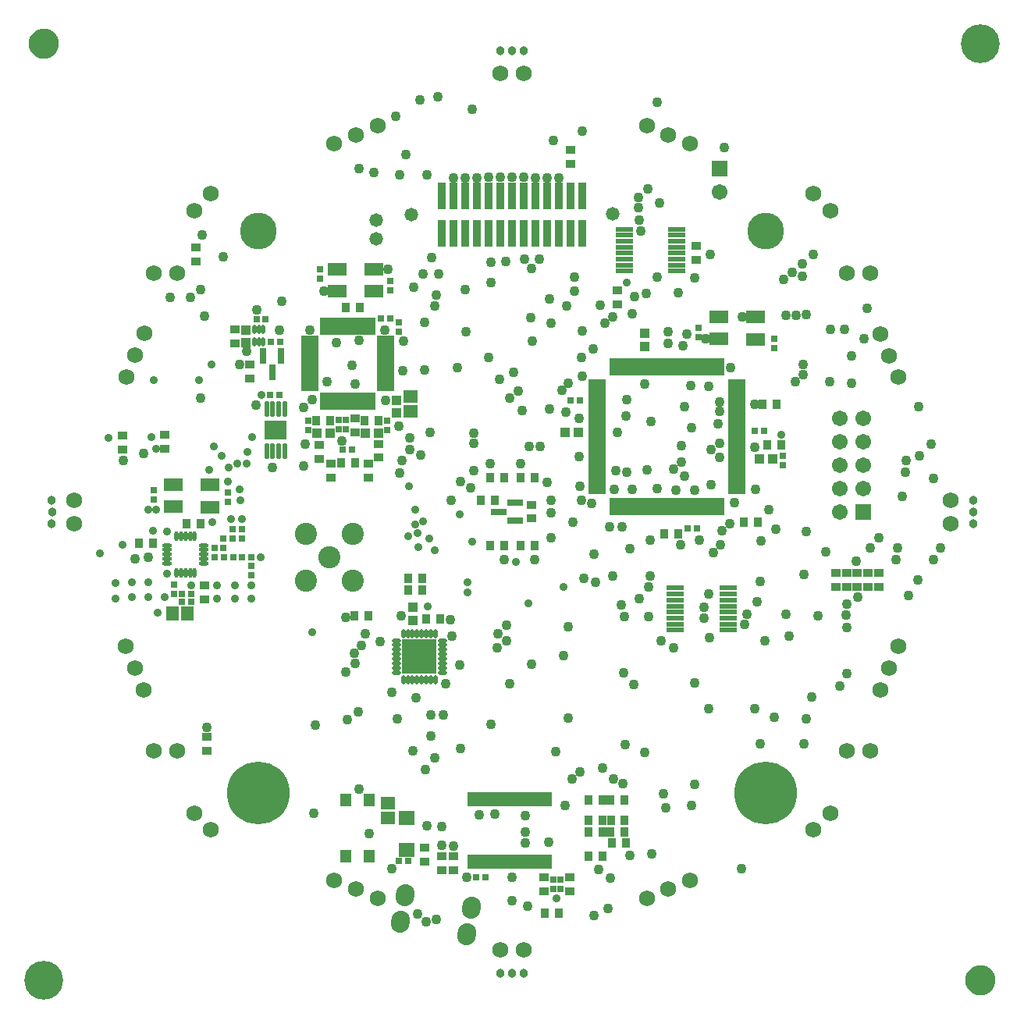
<source format=gbs>
%FSLAX25Y25*%
%MOIN*%
G70*
G01*
G75*
G04 Layer_Color=16711935*
%ADD10C,0.01500*%
%ADD11C,0.04000*%
%ADD12R,0.03150X0.05906*%
G04:AMPARAMS|DCode=13|XSize=35.43mil|YSize=27.56mil|CornerRadius=0mil|HoleSize=0mil|Usage=FLASHONLY|Rotation=169.100|XOffset=0mil|YOffset=0mil|HoleType=Round|Shape=Rectangle|*
%AMROTATEDRECTD13*
4,1,4,0.02000,0.01018,0.01479,-0.01688,-0.02000,-0.01018,-0.01479,0.01688,0.02000,0.01018,0.0*
%
%ADD13ROTATEDRECTD13*%

%ADD14R,0.02756X0.03543*%
G04:AMPARAMS|DCode=15|XSize=35.43mil|YSize=27.56mil|CornerRadius=0mil|HoleSize=0mil|Usage=FLASHONLY|Rotation=162.000|XOffset=0mil|YOffset=0mil|HoleType=Round|Shape=Rectangle|*
%AMROTATEDRECTD15*
4,1,4,0.02111,0.00763,0.01259,-0.01858,-0.02111,-0.00763,-0.01259,0.01858,0.02111,0.00763,0.0*
%
%ADD15ROTATEDRECTD15*%

G04:AMPARAMS|DCode=16|XSize=35.43mil|YSize=27.56mil|CornerRadius=0mil|HoleSize=0mil|Usage=FLASHONLY|Rotation=234.000|XOffset=0mil|YOffset=0mil|HoleType=Round|Shape=Rectangle|*
%AMROTATEDRECTD16*
4,1,4,-0.00073,0.02243,0.02156,0.00623,0.00073,-0.02243,-0.02156,-0.00623,-0.00073,0.02243,0.0*
%
%ADD16ROTATEDRECTD16*%

G04:AMPARAMS|DCode=17|XSize=35.43mil|YSize=27.56mil|CornerRadius=0mil|HoleSize=0mil|Usage=FLASHONLY|Rotation=306.000|XOffset=0mil|YOffset=0mil|HoleType=Round|Shape=Rectangle|*
%AMROTATEDRECTD17*
4,1,4,-0.02156,0.00623,0.00073,0.02243,0.02156,-0.00623,-0.00073,-0.02243,-0.02156,0.00623,0.0*
%
%ADD17ROTATEDRECTD17*%

G04:AMPARAMS|DCode=18|XSize=35.43mil|YSize=27.56mil|CornerRadius=0mil|HoleSize=0mil|Usage=FLASHONLY|Rotation=18.000|XOffset=0mil|YOffset=0mil|HoleType=Round|Shape=Rectangle|*
%AMROTATEDRECTD18*
4,1,4,-0.01259,-0.01858,-0.02111,0.00763,0.01259,0.01858,0.02111,-0.00763,-0.01259,-0.01858,0.0*
%
%ADD18ROTATEDRECTD18*%

%ADD19R,0.03543X0.02756*%
%ADD20R,0.08000X0.05000*%
G04:AMPARAMS|DCode=21|XSize=35.43mil|YSize=27.56mil|CornerRadius=0mil|HoleSize=0mil|Usage=FLASHONLY|Rotation=225.000|XOffset=0mil|YOffset=0mil|HoleType=Round|Shape=Rectangle|*
%AMROTATEDRECTD21*
4,1,4,0.00278,0.02227,0.02227,0.00278,-0.00278,-0.02227,-0.02227,-0.00278,0.00278,0.02227,0.0*
%
%ADD21ROTATEDRECTD21*%

G04:AMPARAMS|DCode=22|XSize=19.69mil|YSize=23.62mil|CornerRadius=0mil|HoleSize=0mil|Usage=FLASHONLY|Rotation=337.500|XOffset=0mil|YOffset=0mil|HoleType=Round|Shape=Rectangle|*
%AMROTATEDRECTD22*
4,1,4,-0.01361,-0.00715,-0.00457,0.01468,0.01361,0.00715,0.00457,-0.01468,-0.01361,-0.00715,0.0*
%
%ADD22ROTATEDRECTD22*%

G04:AMPARAMS|DCode=23|XSize=19.69mil|YSize=23.62mil|CornerRadius=0mil|HoleSize=0mil|Usage=FLASHONLY|Rotation=292.500|XOffset=0mil|YOffset=0mil|HoleType=Round|Shape=Rectangle|*
%AMROTATEDRECTD23*
4,1,4,-0.01468,0.00457,0.00715,0.01361,0.01468,-0.00457,-0.00715,-0.01361,-0.01468,0.00457,0.0*
%
%ADD23ROTATEDRECTD23*%

G04:AMPARAMS|DCode=24|XSize=19.69mil|YSize=23.62mil|CornerRadius=0mil|HoleSize=0mil|Usage=FLASHONLY|Rotation=247.500|XOffset=0mil|YOffset=0mil|HoleType=Round|Shape=Rectangle|*
%AMROTATEDRECTD24*
4,1,4,-0.00715,0.01361,0.01468,0.00457,0.00715,-0.01361,-0.01468,-0.00457,-0.00715,0.01361,0.0*
%
%ADD24ROTATEDRECTD24*%

G04:AMPARAMS|DCode=25|XSize=19.69mil|YSize=23.62mil|CornerRadius=0mil|HoleSize=0mil|Usage=FLASHONLY|Rotation=202.500|XOffset=0mil|YOffset=0mil|HoleType=Round|Shape=Rectangle|*
%AMROTATEDRECTD25*
4,1,4,0.00457,0.01468,0.01361,-0.00715,-0.00457,-0.01468,-0.01361,0.00715,0.00457,0.01468,0.0*
%
%ADD25ROTATEDRECTD25*%

%ADD26R,0.02362X0.01969*%
%ADD27R,0.01969X0.02362*%
G04:AMPARAMS|DCode=28|XSize=80mil|YSize=50mil|CornerRadius=0mil|HoleSize=0mil|Usage=FLASHONLY|Rotation=104.000|XOffset=0mil|YOffset=0mil|HoleType=Round|Shape=Rectangle|*
%AMROTATEDRECTD28*
4,1,4,0.03393,-0.03276,-0.01458,-0.04486,-0.03393,0.03276,0.01458,0.04486,0.03393,-0.03276,0.0*
%
%ADD28ROTATEDRECTD28*%

%ADD29R,0.09449X0.09449*%
%ADD30R,0.06850X0.05512*%
%ADD31P,0.13919X4X345.0*%
%ADD32P,0.13919X4X285.0*%
G04:AMPARAMS|DCode=33|XSize=17.32mil|YSize=98.43mil|CornerRadius=0mil|HoleSize=0mil|Usage=FLASHONLY|Rotation=245.000|XOffset=0mil|YOffset=0mil|HoleType=Round|Shape=Rectangle|*
%AMROTATEDRECTD33*
4,1,4,-0.04094,0.02865,0.04826,-0.01295,0.04094,-0.02865,-0.04826,0.01295,-0.04094,0.02865,0.0*
%
%ADD33ROTATEDRECTD33*%

%ADD34R,0.04134X0.05906*%
%ADD35R,0.02362X0.04134*%
G04:AMPARAMS|DCode=36|XSize=64.96mil|YSize=21.65mil|CornerRadius=0mil|HoleSize=0mil|Usage=FLASHONLY|Rotation=259.100|XOffset=0mil|YOffset=0mil|HoleType=Round|Shape=Rectangle|*
%AMROTATEDRECTD36*
4,1,4,-0.00449,0.03394,0.01677,0.02985,0.00449,-0.03394,-0.01677,-0.02985,-0.00449,0.03394,0.0*
%
%ADD36ROTATEDRECTD36*%

%ADD37C,0.00800*%
%ADD38C,0.02500*%
%ADD39C,0.02000*%
%ADD40C,0.01200*%
%ADD41C,0.01000*%
G04:AMPARAMS|DCode=42|XSize=10mil|YSize=50mil|CornerRadius=0mil|HoleSize=0mil|Usage=FLASHONLY|Rotation=216.000|XOffset=0mil|YOffset=0mil|HoleType=Round|Shape=Rectangle|*
%AMROTATEDRECTD42*
4,1,4,-0.01065,0.02316,0.01874,-0.01729,0.01065,-0.02316,-0.01874,0.01729,-0.01065,0.02316,0.0*
%
%ADD42ROTATEDRECTD42*%

G04:AMPARAMS|DCode=43|XSize=10mil|YSize=50mil|CornerRadius=0mil|HoleSize=0mil|Usage=FLASHONLY|Rotation=144.000|XOffset=0mil|YOffset=0mil|HoleType=Round|Shape=Rectangle|*
%AMROTATEDRECTD43*
4,1,4,0.01874,0.01729,-0.01065,-0.02316,-0.01874,-0.01729,0.01065,0.02316,0.01874,0.01729,0.0*
%
%ADD43ROTATEDRECTD43*%

G04:AMPARAMS|DCode=44|XSize=10mil|YSize=50mil|CornerRadius=0mil|HoleSize=0mil|Usage=FLASHONLY|Rotation=288.000|XOffset=0mil|YOffset=0mil|HoleType=Round|Shape=Rectangle|*
%AMROTATEDRECTD44*
4,1,4,-0.02532,-0.00297,0.02223,0.01248,0.02532,0.00297,-0.02223,-0.01248,-0.02532,-0.00297,0.0*
%
%ADD44ROTATEDRECTD44*%

G04:AMPARAMS|DCode=45|XSize=10mil|YSize=50mil|CornerRadius=0mil|HoleSize=0mil|Usage=FLASHONLY|Rotation=72.000|XOffset=0mil|YOffset=0mil|HoleType=Round|Shape=Rectangle|*
%AMROTATEDRECTD45*
4,1,4,0.02223,-0.01248,-0.02532,0.00297,-0.02223,0.01248,0.02532,-0.00297,0.02223,-0.01248,0.0*
%
%ADD45ROTATEDRECTD45*%

%ADD46R,0.01000X0.05000*%
%ADD47C,0.03000*%
%ADD48C,0.15800*%
%ADD49C,0.14900*%
%ADD50C,0.06000*%
%ADD51C,0.26000*%
%ADD52C,0.08661*%
%ADD53C,0.05000*%
%ADD54R,0.05906X0.05906*%
%ADD55C,0.05906*%
G04:AMPARAMS|DCode=56|XSize=86.61mil|YSize=70.87mil|CornerRadius=0mil|HoleSize=0mil|Usage=FLASHONLY|Rotation=79.100|XOffset=0mil|YOffset=0mil|HoleType=Round|Shape=Round|*
%AMOVALD56*
21,1,0.01575,0.07087,0.00000,0.00000,79.1*
1,1,0.07087,-0.00149,-0.00773*
1,1,0.07087,0.00149,0.00773*
%
%ADD56OVALD56*%

%ADD57C,0.03500*%
%ADD58C,0.02700*%
%ADD59C,0.02598*%
%ADD60R,0.06693X0.01378*%
%ADD61R,0.05906X0.02362*%
%ADD62R,0.05512X0.04724*%
%ADD63R,0.03543X0.03150*%
%ADD64R,0.07087X0.04724*%
%ADD65R,0.03150X0.03543*%
%ADD66R,0.08661X0.07480*%
%ADD67O,0.01496X0.06299*%
%ADD68R,0.03937X0.04429*%
%ADD69R,0.06299X0.05118*%
%ADD70R,0.02913X0.11004*%
%ADD71R,0.04724X0.05512*%
%ADD72R,0.01142X0.06890*%
%ADD73R,0.06890X0.01142*%
%ADD74R,0.06496X0.01142*%
%ADD75R,0.01142X0.06496*%
%ADD76O,0.03347X0.00984*%
%ADD77O,0.00984X0.03347*%
%ADD78R,0.14173X0.14173*%
%ADD79O,0.00984X0.03150*%
%ADD80O,0.03150X0.00984*%
%ADD81R,0.02362X0.05906*%
%ADD82R,0.01732X0.05394*%
%ADD83C,0.02913*%
%ADD84C,0.02914*%
%ADD85R,0.07500X0.06000*%
%ADD86C,0.00500*%
%ADD87C,0.00787*%
%ADD88C,0.00984*%
%ADD89C,0.01300*%
%ADD90R,0.03950X0.06706*%
%ADD91C,0.04800*%
G04:AMPARAMS|DCode=92|XSize=43.43mil|YSize=35.56mil|CornerRadius=0mil|HoleSize=0mil|Usage=FLASHONLY|Rotation=169.100|XOffset=0mil|YOffset=0mil|HoleType=Round|Shape=Rectangle|*
%AMROTATEDRECTD92*
4,1,4,0.02469,0.01335,0.01796,-0.02157,-0.02469,-0.01335,-0.01796,0.02157,0.02469,0.01335,0.0*
%
%ADD92ROTATEDRECTD92*%

%ADD93R,0.03556X0.04343*%
G04:AMPARAMS|DCode=94|XSize=43.43mil|YSize=35.56mil|CornerRadius=0mil|HoleSize=0mil|Usage=FLASHONLY|Rotation=162.000|XOffset=0mil|YOffset=0mil|HoleType=Round|Shape=Rectangle|*
%AMROTATEDRECTD94*
4,1,4,0.02615,0.01020,0.01516,-0.02362,-0.02615,-0.01020,-0.01516,0.02362,0.02615,0.01020,0.0*
%
%ADD94ROTATEDRECTD94*%

G04:AMPARAMS|DCode=95|XSize=43.43mil|YSize=35.56mil|CornerRadius=0mil|HoleSize=0mil|Usage=FLASHONLY|Rotation=234.000|XOffset=0mil|YOffset=0mil|HoleType=Round|Shape=Rectangle|*
%AMROTATEDRECTD95*
4,1,4,-0.00162,0.02802,0.02715,0.00712,0.00162,-0.02802,-0.02715,-0.00712,-0.00162,0.02802,0.0*
%
%ADD95ROTATEDRECTD95*%

G04:AMPARAMS|DCode=96|XSize=43.43mil|YSize=35.56mil|CornerRadius=0mil|HoleSize=0mil|Usage=FLASHONLY|Rotation=306.000|XOffset=0mil|YOffset=0mil|HoleType=Round|Shape=Rectangle|*
%AMROTATEDRECTD96*
4,1,4,-0.02715,0.00712,0.00162,0.02802,0.02715,-0.00712,-0.00162,-0.02802,-0.02715,0.00712,0.0*
%
%ADD96ROTATEDRECTD96*%

G04:AMPARAMS|DCode=97|XSize=43.43mil|YSize=35.56mil|CornerRadius=0mil|HoleSize=0mil|Usage=FLASHONLY|Rotation=18.000|XOffset=0mil|YOffset=0mil|HoleType=Round|Shape=Rectangle|*
%AMROTATEDRECTD97*
4,1,4,-0.01516,-0.02362,-0.02615,0.01020,0.01516,0.02362,0.02615,-0.01020,-0.01516,-0.02362,0.0*
%
%ADD97ROTATEDRECTD97*%

%ADD98R,0.04343X0.03556*%
%ADD99R,0.08800X0.05800*%
G04:AMPARAMS|DCode=100|XSize=43.43mil|YSize=35.56mil|CornerRadius=0mil|HoleSize=0mil|Usage=FLASHONLY|Rotation=225.000|XOffset=0mil|YOffset=0mil|HoleType=Round|Shape=Rectangle|*
%AMROTATEDRECTD100*
4,1,4,0.00278,0.02793,0.02793,0.00278,-0.00278,-0.02793,-0.02793,-0.00278,0.00278,0.02793,0.0*
%
%ADD100ROTATEDRECTD100*%

G04:AMPARAMS|DCode=101|XSize=27.69mil|YSize=31.62mil|CornerRadius=0mil|HoleSize=0mil|Usage=FLASHONLY|Rotation=337.500|XOffset=0mil|YOffset=0mil|HoleType=Round|Shape=Rectangle|*
%AMROTATEDRECTD101*
4,1,4,-0.01884,-0.00931,-0.00674,0.01991,0.01884,0.00931,0.00674,-0.01991,-0.01884,-0.00931,0.0*
%
%ADD101ROTATEDRECTD101*%

G04:AMPARAMS|DCode=102|XSize=27.69mil|YSize=31.62mil|CornerRadius=0mil|HoleSize=0mil|Usage=FLASHONLY|Rotation=292.500|XOffset=0mil|YOffset=0mil|HoleType=Round|Shape=Rectangle|*
%AMROTATEDRECTD102*
4,1,4,-0.01991,0.00674,0.00931,0.01884,0.01991,-0.00674,-0.00931,-0.01884,-0.01991,0.00674,0.0*
%
%ADD102ROTATEDRECTD102*%

G04:AMPARAMS|DCode=103|XSize=27.69mil|YSize=31.62mil|CornerRadius=0mil|HoleSize=0mil|Usage=FLASHONLY|Rotation=247.500|XOffset=0mil|YOffset=0mil|HoleType=Round|Shape=Rectangle|*
%AMROTATEDRECTD103*
4,1,4,-0.00931,0.01884,0.01991,0.00674,0.00931,-0.01884,-0.01991,-0.00674,-0.00931,0.01884,0.0*
%
%ADD103ROTATEDRECTD103*%

G04:AMPARAMS|DCode=104|XSize=27.69mil|YSize=31.62mil|CornerRadius=0mil|HoleSize=0mil|Usage=FLASHONLY|Rotation=202.500|XOffset=0mil|YOffset=0mil|HoleType=Round|Shape=Rectangle|*
%AMROTATEDRECTD104*
4,1,4,0.00674,0.01991,0.01884,-0.00931,-0.00674,-0.01991,-0.01884,0.00931,0.00674,0.01991,0.0*
%
%ADD104ROTATEDRECTD104*%

%ADD105R,0.03162X0.02769*%
%ADD106R,0.02769X0.03162*%
G04:AMPARAMS|DCode=107|XSize=88mil|YSize=58mil|CornerRadius=0mil|HoleSize=0mil|Usage=FLASHONLY|Rotation=104.000|XOffset=0mil|YOffset=0mil|HoleType=Round|Shape=Rectangle|*
%AMROTATEDRECTD107*
4,1,4,0.03878,-0.03568,-0.01749,-0.04971,-0.03878,0.03568,0.01749,0.04971,0.03878,-0.03568,0.0*
%
%ADD107ROTATEDRECTD107*%

%ADD108R,0.10249X0.10249*%
%ADD109R,0.07650X0.06312*%
%ADD110P,0.15051X4X345.0*%
%ADD111P,0.15051X4X285.0*%
G04:AMPARAMS|DCode=112|XSize=25.32mil|YSize=106.42mil|CornerRadius=0mil|HoleSize=0mil|Usage=FLASHONLY|Rotation=245.000|XOffset=0mil|YOffset=0mil|HoleType=Round|Shape=Rectangle|*
%AMROTATEDRECTD112*
4,1,4,-0.04288,0.03396,0.05358,-0.01101,0.04288,-0.03396,-0.05358,0.01101,-0.04288,0.03396,0.0*
%
%ADD112ROTATEDRECTD112*%

%ADD113R,0.04934X0.06706*%
%ADD114R,0.03162X0.04934*%
G04:AMPARAMS|DCode=115|XSize=72.96mil|YSize=29.65mil|CornerRadius=0mil|HoleSize=0mil|Usage=FLASHONLY|Rotation=259.100|XOffset=0mil|YOffset=0mil|HoleType=Round|Shape=Rectangle|*
%AMROTATEDRECTD115*
4,1,4,-0.00766,0.03863,0.02146,0.03302,0.00766,-0.03863,-0.02146,-0.03302,-0.00766,0.03863,0.0*
%
%ADD115ROTATEDRECTD115*%

%ADD116C,0.03800*%
%ADD117C,0.16600*%
%ADD118C,0.15700*%
%ADD119C,0.06800*%
%ADD120C,0.26800*%
%ADD121C,0.09461*%
%ADD122C,0.05800*%
%ADD123R,0.06706X0.06706*%
%ADD124C,0.06706*%
G04:AMPARAMS|DCode=125|XSize=94.61mil|YSize=78.87mil|CornerRadius=0mil|HoleSize=0mil|Usage=FLASHONLY|Rotation=79.100|XOffset=0mil|YOffset=0mil|HoleType=Round|Shape=Round|*
%AMOVALD125*
21,1,0.01575,0.07887,0.00000,0.00000,79.1*
1,1,0.07887,-0.00149,-0.00773*
1,1,0.07887,0.00149,0.00773*
%
%ADD125OVALD125*%

%ADD126C,0.04300*%
%ADD127R,0.07493X0.02178*%
%ADD128R,0.06706X0.03162*%
%ADD129R,0.06312X0.05524*%
%ADD130R,0.04343X0.03950*%
%ADD131R,0.07887X0.05524*%
%ADD132R,0.03950X0.04343*%
%ADD133R,0.09461X0.08280*%
%ADD134O,0.02296X0.07099*%
%ADD135R,0.04737X0.05229*%
%ADD136R,0.07099X0.05918*%
%ADD137R,0.03713X0.11804*%
%ADD138R,0.05524X0.06312*%
%ADD139R,0.01942X0.07690*%
%ADD140R,0.07690X0.01942*%
%ADD141R,0.07296X0.01942*%
%ADD142R,0.01942X0.07296*%
%ADD143O,0.04147X0.01784*%
%ADD144O,0.01784X0.04147*%
%ADD145R,0.14973X0.14973*%
%ADD146O,0.01784X0.03950*%
%ADD147O,0.03950X0.01784*%
%ADD148R,0.03162X0.06706*%
%ADD149R,0.02532X0.06194*%
%ADD150C,0.03398*%
G36*
X601255Y206307D02*
X602461Y205941D01*
X603573Y205347D01*
X604547Y204547D01*
X605347Y203573D01*
X605941Y202461D01*
X606307Y201255D01*
X606431Y200000D01*
X606307Y198745D01*
X605941Y197539D01*
X605347Y196427D01*
X604547Y195453D01*
X603573Y194653D01*
X602461Y194059D01*
X601255Y193693D01*
X600000Y193569D01*
X598745Y193693D01*
X597539Y194059D01*
X596427Y194653D01*
X595453Y195453D01*
X594653Y196427D01*
X594059Y197539D01*
X593693Y198745D01*
X593569Y200000D01*
X593693Y201255D01*
X594059Y202461D01*
X594653Y203573D01*
X595453Y204547D01*
X596427Y205347D01*
X597539Y205941D01*
X598745Y206307D01*
X600000Y206431D01*
X601255Y206307D01*
D02*
G37*
G36*
X201255Y606307D02*
X202461Y605941D01*
X203573Y605347D01*
X204547Y604547D01*
X205347Y603573D01*
X205941Y602461D01*
X206307Y601255D01*
X206431Y600000D01*
X206307Y598745D01*
X205941Y597539D01*
X205347Y596427D01*
X204547Y595453D01*
X203573Y594653D01*
X202461Y594059D01*
X201255Y593693D01*
X200000Y593569D01*
X198745Y593693D01*
X197539Y594059D01*
X196427Y594653D01*
X195453Y595453D01*
X194653Y596427D01*
X194059Y597539D01*
X193693Y598745D01*
X193569Y600000D01*
X193693Y601255D01*
X194059Y602461D01*
X194653Y603573D01*
X195453Y604547D01*
X196427Y605347D01*
X197539Y605941D01*
X198745Y606307D01*
X200000Y606431D01*
X201255Y606307D01*
D02*
G37*
D57*
X270500Y417819D02*
D03*
X244500Y401000D02*
D03*
X288500Y363000D02*
D03*
X281500D02*
D03*
X274000D02*
D03*
X288500Y368500D02*
D03*
X230500Y369500D02*
D03*
X230750Y363000D02*
D03*
X244750Y363500D02*
D03*
X237750D02*
D03*
X251500D02*
D03*
X284500Y397000D02*
D03*
X280000D02*
D03*
X272000Y395500D02*
D03*
X281500Y368500D02*
D03*
X274000D02*
D03*
X244500Y370000D02*
D03*
X237500D02*
D03*
X252500Y391500D02*
D03*
X246500Y392000D02*
D03*
X233500Y386000D02*
D03*
X224014Y382249D02*
D03*
X246950Y456400D02*
D03*
X252500Y373500D02*
D03*
X364000Y359500D02*
D03*
X367000Y383713D02*
D03*
X364500Y388500D02*
D03*
X245975Y431975D02*
D03*
X227500Y431500D02*
D03*
X278500Y413000D02*
D03*
X271600Y463000D02*
D03*
X248500Y357000D02*
D03*
X381000Y370000D02*
D03*
X382809Y387191D02*
D03*
X422000Y368000D02*
D03*
X401500Y378500D02*
D03*
X407000Y361000D02*
D03*
X377500Y399000D02*
D03*
X360000Y385000D02*
D03*
X355500Y389500D02*
D03*
X359500Y391000D02*
D03*
X358500Y394500D02*
D03*
X362000Y396000D02*
D03*
X358500Y401000D02*
D03*
X381000Y365500D02*
D03*
X283500Y409500D02*
D03*
X279000Y419000D02*
D03*
X282500Y420500D02*
D03*
X286500D02*
D03*
X276000Y424000D02*
D03*
X287000Y425500D02*
D03*
X272772Y428000D02*
D03*
X289000Y432000D02*
D03*
X284000Y405000D02*
D03*
X266200Y456200D02*
D03*
X314500Y348500D02*
D03*
X356000Y411000D02*
D03*
X248000Y427000D02*
D03*
Y401000D02*
D03*
X263000Y368500D02*
D03*
X292500Y380500D02*
D03*
X293000Y450000D02*
D03*
X515000Y433000D02*
D03*
X419000Y235000D02*
D03*
X449000Y498000D02*
D03*
D93*
X442147Y268400D02*
D03*
X448053D02*
D03*
X447953Y263400D02*
D03*
X442047D02*
D03*
X438553Y268400D02*
D03*
X432647D02*
D03*
X342953Y439000D02*
D03*
X337047D02*
D03*
X316447Y438900D02*
D03*
X322353D02*
D03*
X363247Y354300D02*
D03*
X369153D02*
D03*
X334853Y487200D02*
D03*
X328947D02*
D03*
X438453Y263400D02*
D03*
X432547D02*
D03*
Y253000D02*
D03*
X438453D02*
D03*
X465047Y390500D02*
D03*
X470953D02*
D03*
X261047Y395000D02*
D03*
X266953D02*
D03*
X442547Y258500D02*
D03*
X448453D02*
D03*
X392453Y405000D02*
D03*
X386547D02*
D03*
X396453Y385500D02*
D03*
X390547D02*
D03*
X403547Y414500D02*
D03*
X409453D02*
D03*
Y385500D02*
D03*
X403547D02*
D03*
X390547Y414500D02*
D03*
X396453D02*
D03*
X414047Y228500D02*
D03*
X419953D02*
D03*
X507047Y446000D02*
D03*
X512953D02*
D03*
X432547Y277100D02*
D03*
X438453D02*
D03*
X447953Y277100D02*
D03*
X442047D02*
D03*
X338453Y355500D02*
D03*
X332547D02*
D03*
X246453Y386500D02*
D03*
X240547D02*
D03*
X514953Y428500D02*
D03*
X509047D02*
D03*
X355547Y366500D02*
D03*
X361453D02*
D03*
X355547Y371500D02*
D03*
X361453D02*
D03*
X327047Y421000D02*
D03*
X332953D02*
D03*
X504953Y395500D02*
D03*
X499047D02*
D03*
D98*
X343000Y423147D02*
D03*
Y429053D02*
D03*
X338500Y420453D02*
D03*
Y414547D02*
D03*
X281500Y477953D02*
D03*
Y472047D02*
D03*
X317500Y422547D02*
D03*
Y428453D02*
D03*
X478500Y507547D02*
D03*
Y513453D02*
D03*
X322500Y420453D02*
D03*
Y414547D02*
D03*
X333000Y434047D02*
D03*
Y439953D02*
D03*
X408200Y403053D02*
D03*
Y397147D02*
D03*
X538300Y367947D02*
D03*
Y373853D02*
D03*
X542800Y367947D02*
D03*
Y373853D02*
D03*
X547300Y367947D02*
D03*
Y373853D02*
D03*
X551800Y367947D02*
D03*
Y373853D02*
D03*
X265000Y512953D02*
D03*
Y507047D02*
D03*
X269500Y298047D02*
D03*
Y303953D02*
D03*
X251500Y427047D02*
D03*
Y432953D02*
D03*
X233500Y426547D02*
D03*
Y432453D02*
D03*
X375000Y247047D02*
D03*
Y252953D02*
D03*
X370000Y247047D02*
D03*
Y252953D02*
D03*
X362500Y250547D02*
D03*
Y256453D02*
D03*
X445000Y494453D02*
D03*
Y488547D02*
D03*
X556500Y368047D02*
D03*
Y373953D02*
D03*
X424500Y243953D02*
D03*
Y238047D02*
D03*
X413500Y243953D02*
D03*
Y238047D02*
D03*
X425000Y554453D02*
D03*
Y548547D02*
D03*
X288000Y457047D02*
D03*
Y462953D02*
D03*
X268500Y362547D02*
D03*
Y368453D02*
D03*
D105*
X331469Y426500D02*
D03*
X327531D02*
D03*
X290832Y482300D02*
D03*
X294769D02*
D03*
X344031Y482500D02*
D03*
X347969D02*
D03*
X388469Y244000D02*
D03*
X384531D02*
D03*
X277031Y380500D02*
D03*
X280969D02*
D03*
X284531D02*
D03*
X288468D02*
D03*
X280531Y392500D02*
D03*
X284468D02*
D03*
X280531Y388579D02*
D03*
X284468D02*
D03*
X259031Y361500D02*
D03*
X262969D02*
D03*
X355468Y251000D02*
D03*
X351531D02*
D03*
X425031Y447500D02*
D03*
X428968D02*
D03*
X503531Y434500D02*
D03*
X507469D02*
D03*
X478969Y393000D02*
D03*
X475031D02*
D03*
X297031Y472500D02*
D03*
X300969D02*
D03*
X300469Y450000D02*
D03*
X296531D02*
D03*
X262968Y365000D02*
D03*
X259031D02*
D03*
D106*
X325800Y435432D02*
D03*
Y439369D02*
D03*
X346600Y438869D02*
D03*
Y434931D02*
D03*
X312900Y438869D02*
D03*
Y434931D02*
D03*
X328800Y435432D02*
D03*
Y439369D02*
D03*
X318000Y503468D02*
D03*
Y499531D02*
D03*
X512000Y470031D02*
D03*
Y473969D02*
D03*
X479500Y474531D02*
D03*
Y478469D02*
D03*
X273000Y384468D02*
D03*
Y380531D02*
D03*
X247000Y409229D02*
D03*
Y405291D02*
D03*
X278681Y404350D02*
D03*
Y408287D02*
D03*
X288500Y376969D02*
D03*
Y373031D02*
D03*
X255500Y368969D02*
D03*
Y365031D02*
D03*
X351500Y477031D02*
D03*
Y480969D02*
D03*
X417500Y239032D02*
D03*
Y242969D02*
D03*
X420500Y239032D02*
D03*
Y242969D02*
D03*
X515500Y420031D02*
D03*
Y423969D02*
D03*
X348000Y494532D02*
D03*
Y498469D02*
D03*
X276500Y384531D02*
D03*
Y388469D02*
D03*
D116*
X597000Y395000D02*
D03*
Y400000D02*
D03*
Y405000D02*
D03*
X395000Y597000D02*
D03*
X400000D02*
D03*
X405000D02*
D03*
X203400Y395000D02*
D03*
X203500Y400000D02*
D03*
X203400Y405000D02*
D03*
X405000Y203100D02*
D03*
X400000Y203000D02*
D03*
X395000Y203100D02*
D03*
D117*
X200000Y200000D02*
D03*
X600000Y600000D02*
D03*
D118*
X291700Y520100D02*
D03*
X508300D02*
D03*
D119*
X271236Y264164D02*
D03*
X264164Y271236D02*
D03*
Y528764D02*
D03*
X271236Y535836D02*
D03*
X405000Y212800D02*
D03*
X395000D02*
D03*
X235173Y457761D02*
D03*
X239000Y467000D02*
D03*
X242827Y476239D02*
D03*
X242727Y324061D02*
D03*
X238900Y333300D02*
D03*
X235073Y342539D02*
D03*
X333300Y238900D02*
D03*
X324061Y242727D02*
D03*
X342539Y235073D02*
D03*
X475939Y242727D02*
D03*
X466700Y238900D02*
D03*
X457461Y235073D02*
D03*
X564927Y342539D02*
D03*
X561100Y333300D02*
D03*
X557273Y324061D02*
D03*
Y475939D02*
D03*
X561100Y466700D02*
D03*
X564927Y457461D02*
D03*
X457461Y564927D02*
D03*
X466700Y561100D02*
D03*
X475939Y557273D02*
D03*
X395000Y587200D02*
D03*
X405000D02*
D03*
X535836Y271236D02*
D03*
X528764Y264164D02*
D03*
X587200Y405000D02*
D03*
Y395000D02*
D03*
X528764Y535836D02*
D03*
X535836Y528764D02*
D03*
X247000Y502000D02*
D03*
X257000D02*
D03*
X553000D02*
D03*
X543000D02*
D03*
X247000Y298000D02*
D03*
X257000D02*
D03*
X324061Y557273D02*
D03*
X333300Y561100D02*
D03*
X342539Y564927D02*
D03*
X212800Y395000D02*
D03*
Y405000D02*
D03*
X543000Y298000D02*
D03*
X553000D02*
D03*
D120*
X291700Y279900D02*
D03*
X508300D02*
D03*
D121*
X312000Y390500D02*
D03*
Y370500D02*
D03*
X332000D02*
D03*
X322006Y380540D02*
D03*
X332000Y390500D02*
D03*
D122*
X341800Y516600D02*
D03*
Y524600D02*
D03*
X443000Y527300D02*
D03*
X356900Y527000D02*
D03*
D123*
X488500Y546500D02*
D03*
X550000Y400000D02*
D03*
D124*
X488500Y536500D02*
D03*
X540000Y400000D02*
D03*
X550000Y410000D02*
D03*
X540000D02*
D03*
X550000Y420000D02*
D03*
X540000D02*
D03*
X550000Y430000D02*
D03*
X540000D02*
D03*
X550000Y440000D02*
D03*
X540000D02*
D03*
D125*
X382611Y230783D02*
D03*
X380452Y219571D02*
D03*
X352230Y225006D02*
D03*
X354389Y236217D02*
D03*
D126*
X378000Y413000D02*
D03*
X242500Y425000D02*
D03*
X374000Y405000D02*
D03*
X239000Y380000D02*
D03*
X244500Y380500D02*
D03*
X267000Y448500D02*
D03*
X234000Y422000D02*
D03*
X254000Y491500D02*
D03*
X262500D02*
D03*
X267000Y495000D02*
D03*
X352000Y416500D02*
D03*
X353000Y422000D02*
D03*
X268500Y483500D02*
D03*
X311100Y419500D02*
D03*
X283453Y462953D02*
D03*
X290500Y445500D02*
D03*
X406500Y231500D02*
D03*
X439700Y480700D02*
D03*
X545000Y455000D02*
D03*
X535500Y455500D02*
D03*
X524200Y458600D02*
D03*
X528500Y510000D02*
D03*
X334500Y281500D02*
D03*
X416000Y491000D02*
D03*
X429700Y404800D02*
D03*
X429000Y411000D02*
D03*
X434000Y403500D02*
D03*
X443500Y409500D02*
D03*
X444300Y417700D02*
D03*
X365000Y434000D02*
D03*
X583000Y384500D02*
D03*
X564500D02*
D03*
X553000D02*
D03*
X476500Y274500D02*
D03*
X436802Y247302D02*
D03*
X348500Y322900D02*
D03*
X365550Y508450D02*
D03*
X311000Y444500D02*
D03*
X476700Y435900D02*
D03*
X466500Y472000D02*
D03*
X473000Y471037D02*
D03*
X314500Y448000D02*
D03*
X321000Y455500D02*
D03*
X301500Y490000D02*
D03*
X286500Y468500D02*
D03*
X424000Y351000D02*
D03*
X443100Y483400D02*
D03*
X352500Y355500D02*
D03*
X471000Y493500D02*
D03*
X579000Y429000D02*
D03*
X430500Y371500D02*
D03*
X435000Y382000D02*
D03*
X435500Y370000D02*
D03*
X354500Y552500D02*
D03*
X458000Y538000D02*
D03*
X417500Y558500D02*
D03*
X367000Y295000D02*
D03*
X383550Y417450D02*
D03*
X455000Y520000D02*
D03*
X456500Y454500D02*
D03*
X376500Y461500D02*
D03*
X380350Y476900D02*
D03*
X341000Y545000D02*
D03*
X368500Y501500D02*
D03*
X363500Y544000D02*
D03*
X300500Y477500D02*
D03*
X290832Y486332D02*
D03*
X353500Y473000D02*
D03*
X362100Y501500D02*
D03*
X358000Y496000D02*
D03*
X367500Y492500D02*
D03*
X367050Y487831D02*
D03*
X362500Y481000D02*
D03*
X334200Y314500D02*
D03*
X422500Y274500D02*
D03*
X498000Y247500D02*
D03*
X352000Y544000D02*
D03*
X362625Y460500D02*
D03*
X351500Y436500D02*
D03*
X311500Y429000D02*
D03*
X327422Y430373D02*
D03*
X459000Y372500D02*
D03*
X543000Y331000D02*
D03*
X464500Y279500D02*
D03*
X443200Y285900D02*
D03*
X574000Y424000D02*
D03*
X568000Y416900D02*
D03*
X566600Y406500D02*
D03*
X269500Y308000D02*
D03*
X400000Y234000D02*
D03*
X359500Y228300D02*
D03*
X367700Y226100D02*
D03*
X503500Y446000D02*
D03*
X400000Y244000D02*
D03*
X450300Y253200D02*
D03*
X356400Y431700D02*
D03*
X345500Y477500D02*
D03*
X324879Y472121D02*
D03*
X423000Y442500D02*
D03*
X416000Y444100D02*
D03*
X503500Y427500D02*
D03*
X382872Y572000D02*
D03*
X478000Y499963D02*
D03*
X452200Y491900D02*
D03*
X457300Y493200D02*
D03*
X461800Y500300D02*
D03*
X484500Y510000D02*
D03*
X474500Y476000D02*
D03*
X441500Y393500D02*
D03*
X447000D02*
D03*
X451200Y409600D02*
D03*
X457500Y418000D02*
D03*
X477911Y409289D02*
D03*
X470100Y409400D02*
D03*
X488600Y423400D02*
D03*
X488700Y429300D02*
D03*
X488000Y437500D02*
D03*
X485000Y411500D02*
D03*
X523800Y505800D02*
D03*
X449000Y417000D02*
D03*
X429000Y289000D02*
D03*
X459500Y254000D02*
D03*
X484100Y364900D02*
D03*
X524500Y301000D02*
D03*
X363200Y224800D02*
D03*
X390100Y466000D02*
D03*
X466600Y476800D02*
D03*
X423200Y487900D02*
D03*
X329000Y331600D02*
D03*
X408700Y473100D02*
D03*
X465500Y273500D02*
D03*
X441800Y243500D02*
D03*
X447400Y284000D02*
D03*
X448300Y300600D02*
D03*
X438600Y290500D02*
D03*
X425500Y286000D02*
D03*
X422000Y338500D02*
D03*
X418500Y297500D02*
D03*
X365300Y304400D02*
D03*
X370600Y313400D02*
D03*
X378100Y299000D02*
D03*
X447800Y355300D02*
D03*
X408300Y335000D02*
D03*
X424000Y311800D02*
D03*
X399000Y326500D02*
D03*
X391000Y309300D02*
D03*
X395000Y542900D02*
D03*
X411800Y427900D02*
D03*
X484300Y346200D02*
D03*
X267600Y518224D02*
D03*
X517100Y484100D02*
D03*
X521400D02*
D03*
X525700Y484200D02*
D03*
X535900Y478100D02*
D03*
X541900D02*
D03*
X498200Y483300D02*
D03*
X482674Y473826D02*
D03*
X493300Y461600D02*
D03*
X483800Y453500D02*
D03*
X516100Y499300D02*
D03*
X519500Y502400D02*
D03*
X500400Y356400D02*
D03*
X444900Y434000D02*
D03*
X346800Y503700D02*
D03*
X523800Y500500D02*
D03*
X490500Y555500D02*
D03*
X329000Y355000D02*
D03*
X350400Y569000D02*
D03*
X461900Y575000D02*
D03*
X463000Y532000D02*
D03*
X329600Y311200D02*
D03*
X446600Y360200D02*
D03*
X556500Y389000D02*
D03*
X461900Y409800D02*
D03*
X473600Y445100D02*
D03*
X481800Y359300D02*
D03*
X485000Y426500D02*
D03*
X568300Y421900D02*
D03*
X429500Y465800D02*
D03*
X454300Y363100D02*
D03*
X573700Y445000D02*
D03*
X458300Y355200D02*
D03*
X550300Y474100D02*
D03*
X408200Y504100D02*
D03*
X411700Y507800D02*
D03*
X402600Y451500D02*
D03*
X407950Y482950D02*
D03*
X430100Y477300D02*
D03*
X448600Y441000D02*
D03*
X434600Y469700D02*
D03*
X375100Y542700D02*
D03*
X345900Y447500D02*
D03*
X484000Y316000D02*
D03*
X405500Y270300D02*
D03*
X405600Y263400D02*
D03*
X528000Y321000D02*
D03*
X450400Y384200D02*
D03*
X380000Y542600D02*
D03*
X385000Y542700D02*
D03*
X390000Y542900D02*
D03*
X420000Y542700D02*
D03*
X415000D02*
D03*
X410000D02*
D03*
X405000Y542800D02*
D03*
X400000Y542900D02*
D03*
X380500Y244000D02*
D03*
X374800Y257400D02*
D03*
X370000Y257500D02*
D03*
X332853Y335247D02*
D03*
X332700Y339600D02*
D03*
X350800Y311500D02*
D03*
X405500Y258700D02*
D03*
X415500Y258800D02*
D03*
X365321Y313421D02*
D03*
X316000Y309100D02*
D03*
X335500Y343100D02*
D03*
X447600Y331200D02*
D03*
X337400Y348000D02*
D03*
X452100Y326400D02*
D03*
X393500Y342000D02*
D03*
X394000Y348000D02*
D03*
X397500Y351500D02*
D03*
X458300Y367800D02*
D03*
X480100Y387900D02*
D03*
X543000Y350700D02*
D03*
X489500Y392000D02*
D03*
X542800Y360500D02*
D03*
X542700Y355900D02*
D03*
X518300Y346800D02*
D03*
X539800Y325600D02*
D03*
X473700Y415300D02*
D03*
X448900Y447800D02*
D03*
X469100Y418300D02*
D03*
X472300Y421300D02*
D03*
X472400Y428200D02*
D03*
X488700Y442800D02*
D03*
X476400Y453900D02*
D03*
X371500Y326500D02*
D03*
X530700Y355500D02*
D03*
X368200Y577300D02*
D03*
X360600Y575800D02*
D03*
X517000Y356200D02*
D03*
X506200Y387700D02*
D03*
X499400Y352100D02*
D03*
X506000Y370300D02*
D03*
X437600Y488200D02*
D03*
X569400Y364200D02*
D03*
X573200Y371100D02*
D03*
X459000Y388000D02*
D03*
X421200Y451800D02*
D03*
X428600Y439950D02*
D03*
X383600Y429300D02*
D03*
Y433600D02*
D03*
X404300Y443300D02*
D03*
X459400Y438700D02*
D03*
X397400Y506800D02*
D03*
X547500Y363500D02*
D03*
X511900Y312200D02*
D03*
X481800Y354700D02*
D03*
X524200Y463000D02*
D03*
X454100Y529800D02*
D03*
Y534300D02*
D03*
X390800Y506600D02*
D03*
Y497800D02*
D03*
X416700Y480700D02*
D03*
X488600Y447100D02*
D03*
X489000Y386000D02*
D03*
X486000Y382500D02*
D03*
X426500Y500300D02*
D03*
Y494200D02*
D03*
X451200Y484500D02*
D03*
X454200Y524600D02*
D03*
X392500Y271000D02*
D03*
X424000Y455100D02*
D03*
X429800Y458100D02*
D03*
X504600Y361700D02*
D03*
X507800Y344800D02*
D03*
X524500Y373400D02*
D03*
X521000Y455600D02*
D03*
X580000Y379764D02*
D03*
Y414200D02*
D03*
X441000Y230500D02*
D03*
X435100Y227500D02*
D03*
X399000Y448500D02*
D03*
X551700Y486900D02*
D03*
X377600Y334700D02*
D03*
X343500Y344600D02*
D03*
X374200Y347000D02*
D03*
X373700Y354100D02*
D03*
X503700Y316000D02*
D03*
X506100Y300800D02*
D03*
X334700Y546600D02*
D03*
X276500Y508800D02*
D03*
X315300Y271300D02*
D03*
X357500Y298000D02*
D03*
X339000Y262500D02*
D03*
X358900Y320700D02*
D03*
X430000Y562500D02*
D03*
X478000Y327000D02*
D03*
X456600Y297400D02*
D03*
X509500Y401000D02*
D03*
X503792Y409707D02*
D03*
X494800Y404100D02*
D03*
X493000Y395000D02*
D03*
X297500Y419000D02*
D03*
X443000Y372500D02*
D03*
X319500Y494400D02*
D03*
X334700Y473400D02*
D03*
X331500Y462500D02*
D03*
X333000Y454500D02*
D03*
X313500Y477500D02*
D03*
X353447Y460447D02*
D03*
X525500Y311500D02*
D03*
X360900Y424200D02*
D03*
X405400Y508000D02*
D03*
X356200Y426600D02*
D03*
X400500Y459500D02*
D03*
X394500Y456500D02*
D03*
X382300Y410200D02*
D03*
X477800Y283700D02*
D03*
X469000Y342000D02*
D03*
X463500Y345000D02*
D03*
X397500D02*
D03*
X380000Y494800D02*
D03*
X407250Y427950D02*
D03*
X428500Y423500D02*
D03*
X416500Y389000D02*
D03*
X415000Y412500D02*
D03*
X416500Y404800D02*
D03*
Y399500D02*
D03*
X426000Y395500D02*
D03*
X363000Y290000D02*
D03*
X472000Y386000D02*
D03*
X370000Y265500D02*
D03*
X348500Y247500D02*
D03*
X386000Y270500D02*
D03*
X363500Y266000D02*
D03*
X534000Y383000D02*
D03*
X512450Y392722D02*
D03*
X525500Y391500D02*
D03*
X547000Y379000D02*
D03*
X563936Y379764D02*
D03*
X545000Y466700D02*
D03*
X396500Y379500D02*
D03*
X409500D02*
D03*
X403500Y420600D02*
D03*
X390500Y420500D02*
D03*
D127*
X447880Y502843D02*
D03*
Y505402D02*
D03*
Y507961D02*
D03*
Y510521D02*
D03*
Y513080D02*
D03*
Y515639D02*
D03*
Y518198D02*
D03*
Y520757D02*
D03*
X470321Y502843D02*
D03*
Y505402D02*
D03*
Y507961D02*
D03*
Y510521D02*
D03*
Y513080D02*
D03*
Y515639D02*
D03*
Y518198D02*
D03*
Y520757D02*
D03*
X492220Y367457D02*
D03*
Y364898D02*
D03*
Y362339D02*
D03*
Y359780D02*
D03*
Y357221D02*
D03*
Y354661D02*
D03*
Y352102D02*
D03*
Y349543D02*
D03*
X469779Y367457D02*
D03*
Y364898D02*
D03*
Y362339D02*
D03*
Y359780D02*
D03*
Y357221D02*
D03*
Y354661D02*
D03*
Y352102D02*
D03*
Y349543D02*
D03*
D128*
X401243Y403840D02*
D03*
Y396360D02*
D03*
X394157Y400100D02*
D03*
D129*
X356500Y449150D02*
D03*
Y442850D02*
D03*
X347000Y269350D02*
D03*
Y275650D02*
D03*
D130*
X456500Y476256D02*
D03*
Y470744D02*
D03*
X357500Y359256D02*
D03*
Y353744D02*
D03*
X286200Y477756D02*
D03*
Y472244D02*
D03*
X350500Y447756D02*
D03*
Y442244D02*
D03*
D131*
X503874Y483174D02*
D03*
X488126Y483274D02*
D03*
X503874Y473726D02*
D03*
X488126Y473826D02*
D03*
X340874Y503674D02*
D03*
X325126Y503774D02*
D03*
X340874Y494226D02*
D03*
X325126Y494326D02*
D03*
X270874Y411493D02*
D03*
X255126Y411593D02*
D03*
X270874Y402044D02*
D03*
X255126Y402144D02*
D03*
D132*
X422744Y434000D02*
D03*
X428256D02*
D03*
X505744Y422500D02*
D03*
X511256D02*
D03*
X316644Y433600D02*
D03*
X322156D02*
D03*
X342956Y433500D02*
D03*
X337444D02*
D03*
D133*
X299000Y435000D02*
D03*
D134*
X295161Y443957D02*
D03*
X297721D02*
D03*
X300279D02*
D03*
X302839D02*
D03*
X295161Y426043D02*
D03*
X297721D02*
D03*
X300279D02*
D03*
X302839D02*
D03*
D135*
X328980Y276969D02*
D03*
X339020D02*
D03*
X328980Y253031D02*
D03*
X339020D02*
D03*
D136*
X355000Y255610D02*
D03*
Y269390D02*
D03*
D137*
X370000Y535002D02*
D03*
X430000D02*
D03*
X425000D02*
D03*
X420000D02*
D03*
X415000D02*
D03*
Y518998D02*
D03*
X420000D02*
D03*
X425000D02*
D03*
X430000D02*
D03*
X410000D02*
D03*
Y535002D02*
D03*
X405000D02*
D03*
Y518998D02*
D03*
X400000D02*
D03*
Y535002D02*
D03*
X395000D02*
D03*
Y518998D02*
D03*
X390000Y535002D02*
D03*
Y518998D02*
D03*
X385000D02*
D03*
Y535002D02*
D03*
X380000D02*
D03*
Y518998D02*
D03*
X375000D02*
D03*
Y535002D02*
D03*
X370000Y518998D02*
D03*
D138*
X254850Y356500D02*
D03*
X261150D02*
D03*
D139*
X442478Y402277D02*
D03*
X444447D02*
D03*
X446415D02*
D03*
X448384D02*
D03*
X450352D02*
D03*
X452320D02*
D03*
X454289D02*
D03*
X456257D02*
D03*
X458226D02*
D03*
X460194D02*
D03*
X462163D02*
D03*
X464131D02*
D03*
X466100D02*
D03*
X468069D02*
D03*
X470037D02*
D03*
X472006D02*
D03*
X473974D02*
D03*
X475943D02*
D03*
X477911D02*
D03*
X479880D02*
D03*
X481848D02*
D03*
X483816D02*
D03*
X485785D02*
D03*
X487753D02*
D03*
X489722D02*
D03*
Y461923D02*
D03*
X487753D02*
D03*
X485785D02*
D03*
X483816D02*
D03*
X481848D02*
D03*
X479880D02*
D03*
X477911D02*
D03*
X475943D02*
D03*
X473974D02*
D03*
X472006D02*
D03*
X470037D02*
D03*
X468069D02*
D03*
X466100D02*
D03*
X464131D02*
D03*
X462163D02*
D03*
X460194D02*
D03*
X458226D02*
D03*
X456257D02*
D03*
X454289D02*
D03*
X452320D02*
D03*
X450352D02*
D03*
X448384D02*
D03*
X446415D02*
D03*
X444447D02*
D03*
X442478D02*
D03*
D140*
X495923Y408478D02*
D03*
Y410447D02*
D03*
Y412415D02*
D03*
Y414384D02*
D03*
Y416352D02*
D03*
Y418321D02*
D03*
Y420289D02*
D03*
Y422258D02*
D03*
Y424226D02*
D03*
Y426194D02*
D03*
Y428163D02*
D03*
Y430131D02*
D03*
Y432100D02*
D03*
Y434068D02*
D03*
Y436037D02*
D03*
Y438005D02*
D03*
Y439974D02*
D03*
Y441943D02*
D03*
Y443911D02*
D03*
Y445880D02*
D03*
Y447848D02*
D03*
Y449817D02*
D03*
Y451785D02*
D03*
Y453754D02*
D03*
Y455722D02*
D03*
X436277D02*
D03*
Y453754D02*
D03*
Y451785D02*
D03*
Y449817D02*
D03*
Y447848D02*
D03*
Y445880D02*
D03*
Y443911D02*
D03*
Y441943D02*
D03*
Y439974D02*
D03*
Y438005D02*
D03*
Y436037D02*
D03*
Y434068D02*
D03*
Y432100D02*
D03*
Y430131D02*
D03*
Y428163D02*
D03*
Y426194D02*
D03*
Y424226D02*
D03*
Y422258D02*
D03*
Y420289D02*
D03*
Y418321D02*
D03*
Y416352D02*
D03*
Y414384D02*
D03*
Y412415D02*
D03*
Y410447D02*
D03*
Y408478D02*
D03*
D141*
X313757Y452573D02*
D03*
Y454542D02*
D03*
Y456510D02*
D03*
Y458479D02*
D03*
Y460447D02*
D03*
Y462416D02*
D03*
Y464384D02*
D03*
Y466353D02*
D03*
Y468321D02*
D03*
Y470290D02*
D03*
Y472258D02*
D03*
Y474227D02*
D03*
X345843D02*
D03*
Y472258D02*
D03*
Y470290D02*
D03*
Y468321D02*
D03*
Y466353D02*
D03*
Y464384D02*
D03*
Y462416D02*
D03*
Y460447D02*
D03*
Y458479D02*
D03*
Y456510D02*
D03*
Y454542D02*
D03*
Y452573D02*
D03*
D142*
X318973Y479443D02*
D03*
X320942D02*
D03*
X322910D02*
D03*
X324879D02*
D03*
X326847D02*
D03*
X328816D02*
D03*
X330784D02*
D03*
X332753D02*
D03*
X334721D02*
D03*
X336690D02*
D03*
X338658D02*
D03*
X340627D02*
D03*
Y447357D02*
D03*
X338658D02*
D03*
X336690D02*
D03*
X334721D02*
D03*
X332753D02*
D03*
X330784D02*
D03*
X328816D02*
D03*
X326847D02*
D03*
X324879D02*
D03*
X322910D02*
D03*
X320942D02*
D03*
X318973D02*
D03*
D143*
X252724Y377882D02*
D03*
Y379850D02*
D03*
Y383787D02*
D03*
Y385756D02*
D03*
X268276D02*
D03*
Y383787D02*
D03*
Y381819D02*
D03*
Y379850D02*
D03*
Y377882D02*
D03*
X252724Y381819D02*
D03*
D144*
X256563Y389595D02*
D03*
X258531D02*
D03*
X260500D02*
D03*
X262468D02*
D03*
X264437D02*
D03*
Y374043D02*
D03*
X262468D02*
D03*
X260500D02*
D03*
X258531D02*
D03*
X256563D02*
D03*
D145*
X360400Y338200D02*
D03*
D146*
X367290Y348043D02*
D03*
X365321D02*
D03*
X363353D02*
D03*
X361384D02*
D03*
X359416D02*
D03*
X357447D02*
D03*
X355479D02*
D03*
X353510D02*
D03*
Y328357D02*
D03*
X355479D02*
D03*
X357447D02*
D03*
X359416D02*
D03*
X361384D02*
D03*
X363353D02*
D03*
X365321D02*
D03*
X367290D02*
D03*
X289831Y478056D02*
D03*
X291800D02*
D03*
X293769D02*
D03*
Y472544D02*
D03*
X291800D02*
D03*
X289831D02*
D03*
D147*
X350557Y345090D02*
D03*
Y343121D02*
D03*
Y341153D02*
D03*
Y339184D02*
D03*
Y337216D02*
D03*
Y335247D02*
D03*
Y333279D02*
D03*
Y331310D02*
D03*
X370243D02*
D03*
Y333279D02*
D03*
Y335247D02*
D03*
Y337216D02*
D03*
Y339184D02*
D03*
Y341153D02*
D03*
Y343121D02*
D03*
Y345090D02*
D03*
D148*
X293760Y466543D02*
D03*
X301240D02*
D03*
X297500Y459457D02*
D03*
D149*
X382366Y250555D02*
D03*
X384925D02*
D03*
X387484D02*
D03*
X390043D02*
D03*
X392602D02*
D03*
X395161D02*
D03*
X397720D02*
D03*
X400280D02*
D03*
X402839D02*
D03*
X405398D02*
D03*
X407957D02*
D03*
X410516D02*
D03*
X413075D02*
D03*
X415634D02*
D03*
Y277445D02*
D03*
X413075D02*
D03*
X410516D02*
D03*
X407957D02*
D03*
X405398D02*
D03*
X402839D02*
D03*
X400280D02*
D03*
X397720D02*
D03*
X395161D02*
D03*
X392602D02*
D03*
X390043D02*
D03*
X387484D02*
D03*
X384925D02*
D03*
X382366D02*
D03*
D150*
X296638Y437362D02*
D03*
Y432638D02*
D03*
X301362Y437362D02*
D03*
Y432638D02*
D03*
X365124Y333476D02*
D03*
X360400D02*
D03*
X355676D02*
D03*
X365124Y338200D02*
D03*
X360400D02*
D03*
X355676D02*
D03*
X365124Y342924D02*
D03*
X360400D02*
D03*
X355676D02*
D03*
M02*

</source>
